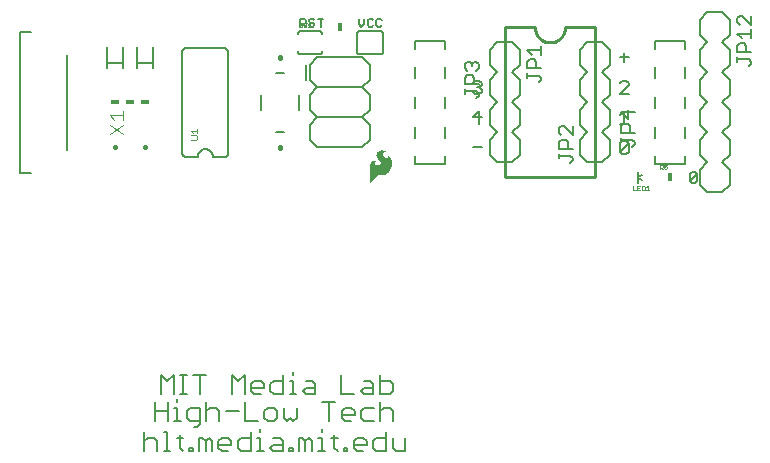
<source format=gbr>
G04 EAGLE Gerber RS-274X export*
G75*
%MOMM*%
%FSLAX34Y34*%
%LPD*%
%INSilkscreen Top*%
%IPPOS*%
%AMOC8*
5,1,8,0,0,1.08239X$1,22.5*%
G01*
%ADD10C,0.152400*%
%ADD11C,0.254000*%
%ADD12C,0.127000*%
%ADD13C,0.203200*%
%ADD14R,0.711200X0.406400*%
%ADD15C,0.406400*%
%ADD16R,0.406400X0.711200*%
%ADD17C,0.101600*%
%ADD18C,0.050800*%
%ADD19C,0.025400*%
%ADD20C,0.177800*%

G36*
X292110Y7521D02*
X292110Y7521D01*
X292114Y7519D01*
X292184Y7555D01*
X292194Y7560D01*
X292195Y7561D01*
X297067Y13043D01*
X297921Y13825D01*
X298911Y14414D01*
X299262Y14541D01*
X299630Y14606D01*
X301905Y14606D01*
X301910Y14608D01*
X301916Y14606D01*
X303280Y14730D01*
X303290Y14736D01*
X303302Y14734D01*
X304621Y15102D01*
X304629Y15110D01*
X304642Y15111D01*
X305872Y15711D01*
X305879Y15718D01*
X305890Y15721D01*
X307047Y16538D01*
X307052Y16546D01*
X307061Y16549D01*
X308092Y17521D01*
X308095Y17529D01*
X308101Y17531D01*
X308102Y17533D01*
X308104Y17534D01*
X308989Y18641D01*
X308991Y18651D01*
X309000Y18658D01*
X309947Y20339D01*
X309948Y20350D01*
X309956Y20360D01*
X310584Y22184D01*
X310583Y22195D01*
X310590Y22206D01*
X310878Y24113D01*
X310875Y24124D01*
X310880Y24136D01*
X310878Y24188D01*
X310870Y24440D01*
X310866Y24566D01*
X310866Y24567D01*
X310858Y24819D01*
X310850Y25072D01*
X310846Y25198D01*
X310838Y25450D01*
X310827Y25829D01*
X310819Y26064D01*
X310815Y26073D01*
X310817Y26085D01*
X310610Y27124D01*
X310605Y27132D01*
X310605Y27143D01*
X310247Y28140D01*
X310241Y28147D01*
X310240Y28158D01*
X309738Y29092D01*
X309729Y29099D01*
X309726Y29111D01*
X308819Y30248D01*
X308808Y30254D01*
X308801Y30267D01*
X307675Y31188D01*
X307632Y31200D01*
X307591Y31216D01*
X307586Y31214D01*
X307580Y31215D01*
X307542Y31194D01*
X307502Y31175D01*
X307499Y31169D01*
X307495Y31167D01*
X307487Y31138D01*
X307469Y31090D01*
X307469Y30210D01*
X307453Y30090D01*
X307409Y29987D01*
X307135Y29647D01*
X306774Y29399D01*
X306600Y29334D01*
X306062Y29276D01*
X305532Y29374D01*
X305044Y29623D01*
X304142Y30274D01*
X303730Y30628D01*
X303379Y31038D01*
X303096Y31496D01*
X302890Y31990D01*
X302831Y32290D01*
X302843Y32593D01*
X303000Y33112D01*
X303286Y33572D01*
X303681Y33942D01*
X304162Y34197D01*
X304652Y34336D01*
X305163Y34393D01*
X305766Y34393D01*
X305767Y34393D01*
X305789Y34402D01*
X305857Y34431D01*
X305892Y34523D01*
X305888Y34532D01*
X305854Y34608D01*
X305852Y34611D01*
X305851Y34612D01*
X305850Y34613D01*
X305829Y34633D01*
X305822Y34636D01*
X305818Y34644D01*
X305383Y34982D01*
X305368Y34986D01*
X305356Y34998D01*
X304852Y35219D01*
X304851Y35219D01*
X304495Y35371D01*
X304267Y35472D01*
X304257Y35473D01*
X304247Y35479D01*
X303369Y35699D01*
X303360Y35698D01*
X303350Y35702D01*
X302450Y35788D01*
X302440Y35784D01*
X302428Y35788D01*
X301560Y35722D01*
X301549Y35716D01*
X301536Y35717D01*
X300696Y35486D01*
X300686Y35478D01*
X300673Y35477D01*
X299893Y35089D01*
X299886Y35081D01*
X299875Y35078D01*
X299098Y34518D01*
X299094Y34511D01*
X299085Y34507D01*
X298389Y33849D01*
X298384Y33838D01*
X298373Y33830D01*
X297942Y33227D01*
X297939Y33212D01*
X297927Y33199D01*
X297660Y32507D01*
X297660Y32491D01*
X297652Y32476D01*
X297565Y31739D01*
X297570Y31724D01*
X297566Y31707D01*
X297665Y30972D01*
X297673Y30959D01*
X297673Y30942D01*
X297953Y30254D01*
X297962Y30245D01*
X297965Y30231D01*
X299152Y28473D01*
X299160Y28468D01*
X299164Y28457D01*
X300617Y26916D01*
X300987Y26481D01*
X301227Y25978D01*
X301329Y25430D01*
X301286Y24874D01*
X301100Y24349D01*
X300785Y23889D01*
X300360Y23524D01*
X299817Y23231D01*
X299231Y23033D01*
X298621Y22936D01*
X297910Y22971D01*
X297232Y23178D01*
X296626Y23543D01*
X296313Y23871D01*
X296107Y24275D01*
X296014Y24691D01*
X296014Y25119D01*
X296107Y25534D01*
X296179Y25672D01*
X296297Y25786D01*
X297121Y26385D01*
X297254Y26456D01*
X297392Y26484D01*
X297550Y26468D01*
X297593Y26482D01*
X297638Y26493D01*
X297640Y26497D01*
X297644Y26498D01*
X297664Y26539D01*
X297687Y26578D01*
X297686Y26582D01*
X297688Y26586D01*
X297673Y26629D01*
X297660Y26673D01*
X297657Y26675D01*
X297656Y26679D01*
X297618Y26698D01*
X297582Y26719D01*
X297099Y26795D01*
X297094Y26794D01*
X297089Y26796D01*
X296149Y26869D01*
X296140Y26866D01*
X296129Y26869D01*
X295189Y26796D01*
X295179Y26791D01*
X295167Y26792D01*
X294468Y26608D01*
X294458Y26600D01*
X294444Y26599D01*
X293796Y26278D01*
X293788Y26269D01*
X293774Y26265D01*
X293204Y25820D01*
X293198Y25809D01*
X293186Y25803D01*
X292716Y25253D01*
X292712Y25241D01*
X292701Y25232D01*
X292300Y24500D01*
X292299Y24487D01*
X292290Y24476D01*
X292050Y23677D01*
X292051Y23664D01*
X292045Y23651D01*
X291975Y22820D01*
X291977Y22814D01*
X291975Y22809D01*
X291975Y7645D01*
X291977Y7640D01*
X291975Y7636D01*
X291996Y7596D01*
X292013Y7554D01*
X292018Y7553D01*
X292020Y7548D01*
X292063Y7535D01*
X292105Y7519D01*
X292110Y7521D01*
G37*
D10*
X109982Y-193548D02*
X109982Y-177278D01*
X109982Y-185413D02*
X120829Y-185413D01*
X120829Y-177278D02*
X120829Y-193548D01*
X126354Y-182701D02*
X129065Y-182701D01*
X129065Y-193548D01*
X126354Y-193548D02*
X131777Y-193548D01*
X129065Y-177278D02*
X129065Y-174566D01*
X142691Y-198971D02*
X145403Y-198971D01*
X148115Y-196260D01*
X148115Y-182701D01*
X139980Y-182701D01*
X137268Y-185413D01*
X137268Y-190836D01*
X139980Y-193548D01*
X148115Y-193548D01*
X153640Y-193548D02*
X153640Y-177278D01*
X156351Y-182701D02*
X153640Y-185413D01*
X156351Y-182701D02*
X161774Y-182701D01*
X164486Y-185413D01*
X164486Y-193548D01*
X170011Y-185413D02*
X180858Y-185413D01*
X186383Y-177278D02*
X186383Y-193548D01*
X197229Y-193548D01*
X205466Y-193548D02*
X210889Y-193548D01*
X213601Y-190836D01*
X213601Y-185413D01*
X210889Y-182701D01*
X205466Y-182701D01*
X202754Y-185413D01*
X202754Y-190836D01*
X205466Y-193548D01*
X219126Y-190836D02*
X219126Y-182701D01*
X219126Y-190836D02*
X221837Y-193548D01*
X224549Y-190836D01*
X227261Y-193548D01*
X229972Y-190836D01*
X229972Y-182701D01*
X257292Y-177278D02*
X257292Y-193548D01*
X251869Y-177278D02*
X262715Y-177278D01*
X270952Y-193548D02*
X276375Y-193548D01*
X270952Y-193548D02*
X268240Y-190836D01*
X268240Y-185413D01*
X270952Y-182701D01*
X276375Y-182701D01*
X279087Y-185413D01*
X279087Y-188125D01*
X268240Y-188125D01*
X287324Y-182701D02*
X295459Y-182701D01*
X287324Y-182701D02*
X284612Y-185413D01*
X284612Y-190836D01*
X287324Y-193548D01*
X295459Y-193548D01*
X300984Y-193548D02*
X300984Y-177278D01*
X303695Y-182701D02*
X300984Y-185413D01*
X303695Y-182701D02*
X309119Y-182701D01*
X311830Y-185413D01*
X311830Y-193548D01*
X115062Y-170688D02*
X115062Y-154418D01*
X120485Y-159841D01*
X125909Y-154418D01*
X125909Y-170688D01*
X131434Y-170688D02*
X136857Y-170688D01*
X134145Y-170688D02*
X134145Y-154418D01*
X131434Y-154418D02*
X136857Y-154418D01*
X147771Y-154418D02*
X147771Y-170688D01*
X142348Y-154418D02*
X153195Y-154418D01*
X175091Y-154418D02*
X175091Y-170688D01*
X180514Y-159841D02*
X175091Y-154418D01*
X180514Y-159841D02*
X185938Y-154418D01*
X185938Y-170688D01*
X194174Y-170688D02*
X199598Y-170688D01*
X194174Y-170688D02*
X191463Y-167976D01*
X191463Y-162553D01*
X194174Y-159841D01*
X199598Y-159841D01*
X202309Y-162553D01*
X202309Y-165265D01*
X191463Y-165265D01*
X218681Y-170688D02*
X218681Y-154418D01*
X218681Y-170688D02*
X210546Y-170688D01*
X207834Y-167976D01*
X207834Y-162553D01*
X210546Y-159841D01*
X218681Y-159841D01*
X224206Y-159841D02*
X226917Y-159841D01*
X226917Y-170688D01*
X224206Y-170688D02*
X229629Y-170688D01*
X226917Y-154418D02*
X226917Y-151706D01*
X237832Y-159841D02*
X243255Y-159841D01*
X245967Y-162553D01*
X245967Y-170688D01*
X237832Y-170688D01*
X235120Y-167976D01*
X237832Y-165265D01*
X245967Y-165265D01*
X267863Y-170688D02*
X267863Y-154418D01*
X267863Y-170688D02*
X278710Y-170688D01*
X286946Y-159841D02*
X292370Y-159841D01*
X295081Y-162553D01*
X295081Y-170688D01*
X286946Y-170688D01*
X284235Y-167976D01*
X286946Y-165265D01*
X295081Y-165265D01*
X300606Y-170688D02*
X300606Y-154418D01*
X300606Y-170688D02*
X308741Y-170688D01*
X311453Y-167976D01*
X311453Y-162553D01*
X308741Y-159841D01*
X300606Y-159841D01*
X101092Y-202678D02*
X101092Y-218948D01*
X101092Y-210813D02*
X103804Y-208101D01*
X109227Y-208101D01*
X111939Y-210813D01*
X111939Y-218948D01*
X117464Y-202678D02*
X120175Y-202678D01*
X120175Y-218948D01*
X117464Y-218948D02*
X122887Y-218948D01*
X131090Y-216236D02*
X131090Y-205390D01*
X131090Y-216236D02*
X133801Y-218948D01*
X133801Y-208101D02*
X128378Y-208101D01*
X139292Y-216236D02*
X139292Y-218948D01*
X139292Y-216236D02*
X142004Y-216236D01*
X142004Y-218948D01*
X139292Y-218948D01*
X147478Y-218948D02*
X147478Y-208101D01*
X150190Y-208101D01*
X152901Y-210813D01*
X152901Y-218948D01*
X152901Y-210813D02*
X155613Y-208101D01*
X158325Y-210813D01*
X158325Y-218948D01*
X166561Y-218948D02*
X171985Y-218948D01*
X166561Y-218948D02*
X163850Y-216236D01*
X163850Y-210813D01*
X166561Y-208101D01*
X171985Y-208101D01*
X174696Y-210813D01*
X174696Y-213525D01*
X163850Y-213525D01*
X191068Y-218948D02*
X191068Y-202678D01*
X191068Y-218948D02*
X182933Y-218948D01*
X180221Y-216236D01*
X180221Y-210813D01*
X182933Y-208101D01*
X191068Y-208101D01*
X196593Y-208101D02*
X199304Y-208101D01*
X199304Y-218948D01*
X196593Y-218948D02*
X202016Y-218948D01*
X199304Y-202678D02*
X199304Y-199966D01*
X210219Y-208101D02*
X215642Y-208101D01*
X218354Y-210813D01*
X218354Y-218948D01*
X210219Y-218948D01*
X207507Y-216236D01*
X210219Y-213525D01*
X218354Y-213525D01*
X223879Y-216236D02*
X223879Y-218948D01*
X223879Y-216236D02*
X226590Y-216236D01*
X226590Y-218948D01*
X223879Y-218948D01*
X232065Y-218948D02*
X232065Y-208101D01*
X234776Y-208101D01*
X237488Y-210813D01*
X237488Y-218948D01*
X237488Y-210813D02*
X240199Y-208101D01*
X242911Y-210813D01*
X242911Y-218948D01*
X248436Y-208101D02*
X251148Y-208101D01*
X251148Y-218948D01*
X253859Y-218948D02*
X248436Y-218948D01*
X251148Y-202678D02*
X251148Y-199966D01*
X262062Y-205390D02*
X262062Y-216236D01*
X264774Y-218948D01*
X264774Y-208101D02*
X259350Y-208101D01*
X270265Y-216236D02*
X270265Y-218948D01*
X270265Y-216236D02*
X272976Y-216236D01*
X272976Y-218948D01*
X270265Y-218948D01*
X281162Y-218948D02*
X286586Y-218948D01*
X281162Y-218948D02*
X278451Y-216236D01*
X278451Y-210813D01*
X281162Y-208101D01*
X286586Y-208101D01*
X289297Y-210813D01*
X289297Y-213525D01*
X278451Y-213525D01*
X305669Y-218948D02*
X305669Y-202678D01*
X305669Y-218948D02*
X297534Y-218948D01*
X294822Y-216236D01*
X294822Y-210813D01*
X297534Y-208101D01*
X305669Y-208101D01*
X311194Y-208101D02*
X311194Y-216236D01*
X313905Y-218948D01*
X322040Y-218948D01*
X322040Y-208101D01*
D11*
X406400Y139700D02*
X431800Y139700D01*
X457200Y139700D02*
X482600Y139700D01*
X482600Y12700D01*
X406400Y12700D01*
X406400Y139700D01*
X431800Y139700D02*
X431804Y139391D01*
X431815Y139082D01*
X431834Y138773D01*
X431860Y138465D01*
X431894Y138157D01*
X431935Y137851D01*
X431984Y137545D01*
X432040Y137241D01*
X432104Y136939D01*
X432175Y136638D01*
X432253Y136338D01*
X432338Y136041D01*
X432431Y135746D01*
X432531Y135453D01*
X432638Y135163D01*
X432752Y134876D01*
X432873Y134591D01*
X433001Y134309D01*
X433135Y134031D01*
X433277Y133756D01*
X433425Y133484D01*
X433580Y133217D01*
X433741Y132953D01*
X433908Y132693D01*
X434082Y132437D01*
X434262Y132185D01*
X434448Y131938D01*
X434640Y131696D01*
X434838Y131458D01*
X435041Y131225D01*
X435251Y130997D01*
X435465Y130775D01*
X435685Y130557D01*
X435911Y130345D01*
X436141Y130139D01*
X436376Y129938D01*
X436616Y129743D01*
X436861Y129554D01*
X437110Y129371D01*
X437364Y129194D01*
X437622Y129024D01*
X437884Y128859D01*
X438150Y128701D01*
X438420Y128550D01*
X438693Y128405D01*
X438970Y128267D01*
X439250Y128136D01*
X439533Y128012D01*
X439819Y127894D01*
X440108Y127784D01*
X440399Y127680D01*
X440693Y127584D01*
X440989Y127495D01*
X441288Y127413D01*
X441588Y127338D01*
X441890Y127271D01*
X442193Y127211D01*
X442498Y127159D01*
X442804Y127114D01*
X443111Y127076D01*
X443419Y127046D01*
X443727Y127024D01*
X444036Y127008D01*
X444345Y127001D01*
X444655Y127001D01*
X444964Y127008D01*
X445273Y127024D01*
X445581Y127046D01*
X445889Y127076D01*
X446196Y127114D01*
X446502Y127159D01*
X446807Y127211D01*
X447110Y127271D01*
X447412Y127338D01*
X447712Y127413D01*
X448011Y127495D01*
X448307Y127584D01*
X448601Y127680D01*
X448892Y127784D01*
X449181Y127894D01*
X449467Y128012D01*
X449750Y128136D01*
X450030Y128267D01*
X450307Y128405D01*
X450580Y128550D01*
X450850Y128701D01*
X451116Y128859D01*
X451378Y129024D01*
X451636Y129194D01*
X451890Y129371D01*
X452139Y129554D01*
X452384Y129743D01*
X452624Y129938D01*
X452859Y130139D01*
X453089Y130345D01*
X453315Y130557D01*
X453535Y130775D01*
X453749Y130997D01*
X453959Y131225D01*
X454162Y131458D01*
X454360Y131696D01*
X454552Y131938D01*
X454738Y132185D01*
X454918Y132437D01*
X455092Y132693D01*
X455259Y132953D01*
X455420Y133217D01*
X455575Y133484D01*
X455723Y133756D01*
X455865Y134031D01*
X455999Y134309D01*
X456127Y134591D01*
X456248Y134876D01*
X456362Y135163D01*
X456469Y135453D01*
X456569Y135746D01*
X456662Y136041D01*
X456747Y136338D01*
X456825Y136638D01*
X456896Y136939D01*
X456960Y137241D01*
X457016Y137545D01*
X457065Y137851D01*
X457106Y138157D01*
X457140Y138465D01*
X457166Y138773D01*
X457185Y139082D01*
X457196Y139391D01*
X457200Y139700D01*
D12*
X233045Y140335D02*
X233045Y147199D01*
X236477Y147199D01*
X237621Y146055D01*
X237621Y143767D01*
X236477Y142623D01*
X233045Y142623D01*
X235333Y142623D02*
X237621Y140335D01*
X243961Y147199D02*
X245105Y146055D01*
X243961Y147199D02*
X241673Y147199D01*
X240529Y146055D01*
X240529Y144911D01*
X241673Y143767D01*
X243961Y143767D01*
X245105Y142623D01*
X245105Y141479D01*
X243961Y140335D01*
X241673Y140335D01*
X240529Y141479D01*
X250301Y140335D02*
X250301Y147199D01*
X248013Y147199D02*
X252589Y147199D01*
X282575Y147199D02*
X282575Y142623D01*
X284863Y140335D01*
X287151Y142623D01*
X287151Y147199D01*
X293491Y147199D02*
X294635Y146055D01*
X293491Y147199D02*
X291203Y147199D01*
X290059Y146055D01*
X290059Y141479D01*
X291203Y140335D01*
X293491Y140335D01*
X294635Y141479D01*
X300975Y147199D02*
X302119Y146055D01*
X300975Y147199D02*
X298687Y147199D01*
X297543Y146055D01*
X297543Y141479D01*
X298687Y140335D01*
X300975Y140335D01*
X302119Y141479D01*
D13*
X503936Y41664D02*
X503936Y34546D01*
X503936Y41664D02*
X505716Y43443D01*
X509275Y43443D01*
X511054Y41664D01*
X511054Y34546D01*
X509275Y32766D01*
X505716Y32766D01*
X503936Y34546D01*
X511054Y41664D01*
X503936Y65284D02*
X507495Y68843D01*
X507495Y58166D01*
X503936Y58166D02*
X511054Y58166D01*
X511054Y83566D02*
X503936Y83566D01*
X511054Y90684D01*
X511054Y92464D01*
X509275Y94243D01*
X505716Y94243D01*
X503936Y92464D01*
X503936Y114305D02*
X511054Y114305D01*
X507495Y117864D02*
X507495Y110746D01*
X386594Y38105D02*
X379476Y38105D01*
X384815Y58166D02*
X384815Y68843D01*
X379476Y63505D01*
X386594Y63505D01*
X379476Y92464D02*
X381256Y94243D01*
X384815Y94243D01*
X386594Y92464D01*
X386594Y90684D01*
X384815Y88905D01*
X383035Y88905D01*
X384815Y88905D02*
X386594Y87125D01*
X386594Y85346D01*
X384815Y83566D01*
X381256Y83566D01*
X379476Y85346D01*
D10*
X563372Y15585D02*
X563372Y9823D01*
X563372Y15585D02*
X564813Y17025D01*
X567694Y17025D01*
X569134Y15585D01*
X569134Y9823D01*
X567694Y8382D01*
X564813Y8382D01*
X563372Y9823D01*
X569134Y15585D01*
D14*
X88900Y76200D03*
X101600Y76200D03*
X76200Y76200D03*
D15*
X76505Y38100D02*
X75895Y38100D01*
D16*
X266700Y139700D03*
D13*
X95100Y109300D02*
X95100Y105300D01*
X95100Y109300D02*
X95100Y123300D01*
X108100Y109300D02*
X108100Y105300D01*
X108100Y109300D02*
X108100Y123300D01*
X108100Y109300D02*
X95100Y109300D01*
X69700Y109300D02*
X69700Y105300D01*
X69700Y109300D02*
X69700Y123300D01*
X82700Y109300D02*
X82700Y105300D01*
X82700Y109300D02*
X82700Y123300D01*
X82700Y109300D02*
X69700Y109300D01*
D15*
X101295Y38100D02*
X101905Y38100D01*
D13*
X199900Y70200D02*
X199900Y82200D01*
X212900Y101200D02*
X218900Y101200D01*
X231900Y82200D02*
X231900Y70200D01*
X218900Y51200D02*
X212900Y51200D01*
D15*
X215900Y113995D02*
X215900Y114605D01*
X215900Y38405D02*
X215900Y37795D01*
D13*
X241300Y107950D02*
X247650Y114300D01*
X241300Y95250D02*
X247650Y88900D01*
X241300Y82550D01*
X241300Y69850D02*
X247650Y63500D01*
X241300Y57150D01*
X241300Y44450D02*
X247650Y38100D01*
X247650Y114300D02*
X285750Y114300D01*
X292100Y107950D01*
X292100Y95250D01*
X285750Y88900D01*
X292100Y82550D01*
X292100Y69850D01*
X285750Y63500D01*
X292100Y57150D01*
X292100Y44450D01*
X285750Y38100D01*
X285750Y88900D02*
X247650Y88900D01*
X247650Y63500D02*
X285750Y63500D01*
X285750Y38100D02*
X247650Y38100D01*
X241300Y44450D02*
X241300Y57150D01*
X241300Y69850D02*
X241300Y82550D01*
X241300Y95250D02*
X241300Y107950D01*
X237950Y107950D02*
X237950Y95250D01*
D10*
X284100Y117000D02*
X300100Y117000D01*
X303100Y134500D02*
X303088Y134603D01*
X303073Y134705D01*
X303054Y134806D01*
X303032Y134907D01*
X303005Y135007D01*
X302975Y135106D01*
X302941Y135203D01*
X302904Y135299D01*
X302863Y135394D01*
X302818Y135487D01*
X302770Y135579D01*
X302719Y135668D01*
X302664Y135756D01*
X302606Y135841D01*
X302545Y135925D01*
X302481Y136005D01*
X302414Y136084D01*
X302344Y136160D01*
X302271Y136233D01*
X302196Y136303D01*
X302118Y136371D01*
X302037Y136436D01*
X301954Y136497D01*
X301869Y136556D01*
X301782Y136611D01*
X301692Y136663D01*
X301601Y136711D01*
X301508Y136756D01*
X301414Y136798D01*
X301318Y136836D01*
X301220Y136870D01*
X301122Y136901D01*
X301022Y136928D01*
X300922Y136951D01*
X300820Y136971D01*
X300718Y136986D01*
X300616Y136998D01*
X300513Y137006D01*
X300409Y137010D01*
X300306Y137011D01*
X300203Y137007D01*
X300100Y137000D01*
X284100Y137000D02*
X283997Y137007D01*
X283894Y137011D01*
X283791Y137010D01*
X283687Y137006D01*
X283584Y136998D01*
X283482Y136986D01*
X283380Y136971D01*
X283278Y136951D01*
X283178Y136928D01*
X283078Y136901D01*
X282980Y136870D01*
X282882Y136836D01*
X282786Y136798D01*
X282692Y136756D01*
X282599Y136711D01*
X282508Y136663D01*
X282418Y136611D01*
X282331Y136556D01*
X282246Y136497D01*
X282163Y136436D01*
X282082Y136371D01*
X282004Y136303D01*
X281929Y136233D01*
X281856Y136160D01*
X281786Y136084D01*
X281719Y136005D01*
X281655Y135925D01*
X281594Y135841D01*
X281536Y135756D01*
X281481Y135668D01*
X281430Y135579D01*
X281382Y135487D01*
X281337Y135394D01*
X281296Y135299D01*
X281259Y135203D01*
X281225Y135106D01*
X281195Y135007D01*
X281168Y134907D01*
X281146Y134806D01*
X281127Y134705D01*
X281112Y134603D01*
X281100Y134500D01*
X281100Y119500D02*
X281111Y119397D01*
X281126Y119295D01*
X281145Y119193D01*
X281168Y119093D01*
X281194Y118993D01*
X281224Y118894D01*
X281258Y118796D01*
X281295Y118700D01*
X281336Y118605D01*
X281381Y118512D01*
X281429Y118420D01*
X281480Y118331D01*
X281535Y118243D01*
X281593Y118158D01*
X281654Y118074D01*
X281718Y117993D01*
X281785Y117915D01*
X281855Y117839D01*
X281928Y117766D01*
X282004Y117695D01*
X282082Y117627D01*
X282162Y117563D01*
X282245Y117501D01*
X282330Y117443D01*
X282418Y117388D01*
X282507Y117336D01*
X282598Y117287D01*
X282691Y117242D01*
X282786Y117201D01*
X282882Y117163D01*
X282979Y117128D01*
X283078Y117098D01*
X283178Y117071D01*
X283278Y117047D01*
X283380Y117028D01*
X283482Y117012D01*
X283585Y117001D01*
X283688Y116993D01*
X283791Y116989D01*
X283894Y116988D01*
X283998Y116992D01*
X284101Y117000D01*
X300100Y117000D02*
X300203Y116993D01*
X300306Y116989D01*
X300409Y116990D01*
X300513Y116994D01*
X300616Y117002D01*
X300718Y117014D01*
X300820Y117029D01*
X300922Y117049D01*
X301022Y117072D01*
X301122Y117099D01*
X301220Y117130D01*
X301318Y117164D01*
X301414Y117202D01*
X301508Y117244D01*
X301601Y117289D01*
X301692Y117337D01*
X301782Y117389D01*
X301869Y117444D01*
X301954Y117503D01*
X302037Y117564D01*
X302118Y117629D01*
X302196Y117697D01*
X302271Y117767D01*
X302344Y117840D01*
X302414Y117916D01*
X302481Y117995D01*
X302545Y118075D01*
X302606Y118159D01*
X302664Y118244D01*
X302719Y118332D01*
X302770Y118421D01*
X302818Y118513D01*
X302863Y118606D01*
X302904Y118701D01*
X302941Y118797D01*
X302975Y118894D01*
X303005Y118993D01*
X303032Y119093D01*
X303054Y119194D01*
X303073Y119295D01*
X303088Y119397D01*
X303100Y119500D01*
X303100Y134500D01*
X281100Y134500D02*
X281100Y119500D01*
X284100Y137000D02*
X300100Y137000D01*
D13*
X419100Y44450D02*
X419100Y31750D01*
X412750Y25400D01*
X400050Y25400D02*
X393700Y31750D01*
X419100Y69850D02*
X412750Y76200D01*
X419100Y69850D02*
X419100Y57150D01*
X412750Y50800D01*
X400050Y50800D02*
X393700Y57150D01*
X393700Y69850D01*
X400050Y76200D01*
X412750Y50800D02*
X419100Y44450D01*
X400050Y50800D02*
X393700Y44450D01*
X393700Y31750D01*
X419100Y107950D02*
X419100Y120650D01*
X419100Y107950D02*
X412750Y101600D01*
X400050Y101600D02*
X393700Y107950D01*
X412750Y101600D02*
X419100Y95250D01*
X419100Y82550D01*
X412750Y76200D01*
X400050Y76200D02*
X393700Y82550D01*
X393700Y95250D01*
X400050Y101600D01*
X400050Y127000D02*
X412750Y127000D01*
X419100Y120650D01*
X400050Y127000D02*
X393700Y120650D01*
X393700Y107950D01*
X400050Y25400D02*
X412750Y25400D01*
D12*
X434846Y93315D02*
X436753Y95222D01*
X436753Y97128D01*
X434846Y99035D01*
X425313Y99035D01*
X425313Y97128D02*
X425313Y100942D01*
X425313Y105009D02*
X436753Y105009D01*
X425313Y105009D02*
X425313Y110729D01*
X427220Y112636D01*
X431033Y112636D01*
X432940Y110729D01*
X432940Y105009D01*
X429127Y116703D02*
X425313Y120516D01*
X436753Y120516D01*
X436753Y116703D02*
X436753Y124329D01*
D13*
X469900Y120650D02*
X469900Y107950D01*
X469900Y120650D02*
X476250Y127000D01*
X488950Y127000D02*
X495300Y120650D01*
X469900Y82550D02*
X476250Y76200D01*
X469900Y82550D02*
X469900Y95250D01*
X476250Y101600D01*
X488950Y101600D02*
X495300Y95250D01*
X495300Y82550D01*
X488950Y76200D01*
X476250Y101600D02*
X469900Y107950D01*
X488950Y101600D02*
X495300Y107950D01*
X495300Y120650D01*
X469900Y44450D02*
X469900Y31750D01*
X469900Y44450D02*
X476250Y50800D01*
X488950Y50800D02*
X495300Y44450D01*
X476250Y50800D02*
X469900Y57150D01*
X469900Y69850D01*
X476250Y76200D01*
X488950Y76200D02*
X495300Y69850D01*
X495300Y57150D01*
X488950Y50800D01*
X488950Y25400D02*
X476250Y25400D01*
X469900Y31750D01*
X488950Y25400D02*
X495300Y31750D01*
X495300Y44450D01*
X488950Y127000D02*
X476250Y127000D01*
D12*
X463677Y27180D02*
X461770Y25273D01*
X463677Y27180D02*
X463677Y29086D01*
X461770Y30993D01*
X452237Y30993D01*
X452237Y29086D02*
X452237Y32900D01*
X452237Y36967D02*
X463677Y36967D01*
X452237Y36967D02*
X452237Y42687D01*
X454144Y44593D01*
X457957Y44593D01*
X459864Y42687D01*
X459864Y36967D01*
X463677Y48661D02*
X463677Y56287D01*
X463677Y48661D02*
X456051Y56287D01*
X454144Y56287D01*
X452237Y54381D01*
X452237Y50568D01*
X454144Y48661D01*
D13*
X-4600Y16200D02*
X-4600Y136200D01*
X5400Y136200D01*
X5400Y16200D02*
X-4600Y16200D01*
X35400Y36200D02*
X35400Y116200D01*
D17*
X71698Y49708D02*
X83392Y57504D01*
X83392Y49708D02*
X71698Y57504D01*
X75596Y61402D02*
X71698Y65300D01*
X83392Y65300D01*
X83392Y61402D02*
X83392Y69198D01*
D13*
X132937Y33782D02*
X132937Y118618D01*
X168053Y122428D02*
X168166Y122444D01*
X168280Y122455D01*
X168394Y122462D01*
X168508Y122466D01*
X168623Y122465D01*
X168737Y122461D01*
X168851Y122453D01*
X168965Y122441D01*
X169078Y122425D01*
X169190Y122405D01*
X169302Y122381D01*
X169413Y122354D01*
X169523Y122322D01*
X169632Y122287D01*
X169740Y122249D01*
X169846Y122206D01*
X169950Y122160D01*
X170054Y122111D01*
X170155Y122058D01*
X170254Y122002D01*
X170352Y121942D01*
X170447Y121879D01*
X170540Y121812D01*
X170631Y121743D01*
X170719Y121671D01*
X170805Y121595D01*
X170889Y121517D01*
X170969Y121436D01*
X171047Y121352D01*
X171122Y121265D01*
X171193Y121176D01*
X171262Y121085D01*
X171328Y120991D01*
X171390Y120896D01*
X171449Y120798D01*
X171505Y120698D01*
X171557Y120596D01*
X171606Y120493D01*
X171651Y120388D01*
X171692Y120281D01*
X171730Y120173D01*
X171765Y120064D01*
X171795Y119954D01*
X171822Y119843D01*
X171844Y119731D01*
X171863Y119618D01*
X132937Y33782D02*
X132954Y33652D01*
X132975Y33523D01*
X133000Y33394D01*
X133028Y33266D01*
X133061Y33139D01*
X133097Y33013D01*
X133138Y32888D01*
X133182Y32765D01*
X133229Y32643D01*
X133281Y32522D01*
X133335Y32403D01*
X133394Y32286D01*
X133456Y32171D01*
X133521Y32057D01*
X133590Y31945D01*
X133663Y31836D01*
X133738Y31729D01*
X133817Y31624D01*
X133899Y31522D01*
X133984Y31422D01*
X134071Y31325D01*
X134162Y31230D01*
X134256Y31138D01*
X134352Y31049D01*
X134451Y30963D01*
X134552Y30881D01*
X134656Y30801D01*
X134763Y30724D01*
X134871Y30651D01*
X134982Y30581D01*
X135095Y30514D01*
X135210Y30451D01*
X135326Y30391D01*
X135445Y30335D01*
X135565Y30282D01*
X135686Y30233D01*
X135809Y30188D01*
X135934Y30146D01*
X136059Y30108D01*
X136186Y30075D01*
X136313Y30044D01*
X136442Y30018D01*
X136571Y29996D01*
X136701Y29977D01*
X136831Y29963D01*
X136962Y29952D01*
X137093Y29946D01*
X137224Y29943D01*
X137355Y29944D01*
X137486Y29950D01*
X137616Y29959D01*
X137747Y29972D01*
X132937Y118618D02*
X132939Y118740D01*
X132945Y118862D01*
X132955Y118984D01*
X132968Y119105D01*
X132986Y119226D01*
X133007Y119346D01*
X133032Y119466D01*
X133061Y119585D01*
X133094Y119702D01*
X133131Y119819D01*
X133171Y119934D01*
X133215Y120048D01*
X133263Y120160D01*
X133314Y120271D01*
X133369Y120380D01*
X133427Y120488D01*
X133489Y120593D01*
X133554Y120697D01*
X133622Y120798D01*
X133693Y120897D01*
X133768Y120994D01*
X133846Y121088D01*
X133926Y121180D01*
X134010Y121269D01*
X134096Y121355D01*
X134185Y121439D01*
X134277Y121519D01*
X134371Y121597D01*
X134468Y121672D01*
X134567Y121743D01*
X134668Y121811D01*
X134772Y121876D01*
X134877Y121938D01*
X134985Y121996D01*
X135094Y122051D01*
X135205Y122102D01*
X135317Y122150D01*
X135431Y122194D01*
X135546Y122234D01*
X135663Y122271D01*
X135780Y122304D01*
X135899Y122333D01*
X136019Y122358D01*
X136139Y122379D01*
X136260Y122397D01*
X136381Y122410D01*
X136503Y122420D01*
X136625Y122426D01*
X136747Y122428D01*
X171863Y33783D02*
X171878Y33669D01*
X171890Y33555D01*
X171897Y33441D01*
X171901Y33327D01*
X171900Y33213D01*
X171896Y33098D01*
X171888Y32984D01*
X171876Y32871D01*
X171860Y32758D01*
X171840Y32645D01*
X171816Y32533D01*
X171789Y32422D01*
X171758Y32312D01*
X171723Y32203D01*
X171684Y32096D01*
X171642Y31989D01*
X171596Y31885D01*
X171546Y31782D01*
X171493Y31680D01*
X171437Y31581D01*
X171377Y31483D01*
X171314Y31388D01*
X171248Y31295D01*
X171178Y31204D01*
X171106Y31116D01*
X171030Y31030D01*
X170952Y30947D01*
X170871Y30866D01*
X170787Y30788D01*
X170701Y30714D01*
X170612Y30642D01*
X170520Y30573D01*
X170427Y30507D01*
X170331Y30445D01*
X170233Y30386D01*
X170133Y30330D01*
X170031Y30278D01*
X169928Y30230D01*
X169823Y30184D01*
X169716Y30143D01*
X169608Y30105D01*
X169499Y30071D01*
X169389Y30041D01*
X169278Y30014D01*
X169166Y29991D01*
X169053Y29972D01*
X171863Y33782D02*
X171863Y119618D01*
X168053Y122428D02*
X136747Y122428D01*
X146304Y30480D02*
X146306Y30638D01*
X146312Y30797D01*
X146322Y30955D01*
X146336Y31112D01*
X146353Y31270D01*
X146375Y31426D01*
X146400Y31583D01*
X146430Y31738D01*
X146463Y31893D01*
X146500Y32047D01*
X146541Y32200D01*
X146586Y32352D01*
X146635Y32502D01*
X146687Y32652D01*
X146743Y32800D01*
X146803Y32947D01*
X146866Y33092D01*
X146933Y33235D01*
X147003Y33377D01*
X147077Y33517D01*
X147155Y33655D01*
X147236Y33791D01*
X147320Y33925D01*
X147407Y34057D01*
X147498Y34187D01*
X147592Y34314D01*
X147689Y34439D01*
X147790Y34562D01*
X147893Y34682D01*
X147999Y34799D01*
X148108Y34914D01*
X148220Y35026D01*
X148335Y35135D01*
X148452Y35241D01*
X148572Y35344D01*
X148695Y35445D01*
X148820Y35542D01*
X148947Y35636D01*
X149077Y35727D01*
X149209Y35814D01*
X149343Y35898D01*
X149479Y35979D01*
X149617Y36057D01*
X149757Y36131D01*
X149899Y36201D01*
X150042Y36268D01*
X150187Y36331D01*
X150334Y36391D01*
X150482Y36447D01*
X150632Y36499D01*
X150782Y36548D01*
X150934Y36593D01*
X151087Y36634D01*
X151241Y36671D01*
X151396Y36704D01*
X151551Y36734D01*
X151708Y36759D01*
X151864Y36781D01*
X152022Y36798D01*
X152179Y36812D01*
X152337Y36822D01*
X152496Y36828D01*
X152654Y36830D01*
X152812Y36828D01*
X152971Y36822D01*
X153129Y36812D01*
X153286Y36798D01*
X153444Y36781D01*
X153600Y36759D01*
X153757Y36734D01*
X153912Y36704D01*
X154067Y36671D01*
X154221Y36634D01*
X154374Y36593D01*
X154526Y36548D01*
X154676Y36499D01*
X154826Y36447D01*
X154974Y36391D01*
X155121Y36331D01*
X155266Y36268D01*
X155409Y36201D01*
X155551Y36131D01*
X155691Y36057D01*
X155829Y35979D01*
X155965Y35898D01*
X156099Y35814D01*
X156231Y35727D01*
X156361Y35636D01*
X156488Y35542D01*
X156613Y35445D01*
X156736Y35344D01*
X156856Y35241D01*
X156973Y35135D01*
X157088Y35026D01*
X157200Y34914D01*
X157309Y34799D01*
X157415Y34682D01*
X157518Y34562D01*
X157619Y34439D01*
X157716Y34314D01*
X157810Y34187D01*
X157901Y34057D01*
X157988Y33925D01*
X158072Y33791D01*
X158153Y33655D01*
X158231Y33517D01*
X158305Y33377D01*
X158375Y33235D01*
X158442Y33092D01*
X158505Y32947D01*
X158565Y32800D01*
X158621Y32652D01*
X158673Y32502D01*
X158722Y32352D01*
X158767Y32200D01*
X158808Y32047D01*
X158845Y31893D01*
X158878Y31738D01*
X158908Y31583D01*
X158933Y31426D01*
X158955Y31270D01*
X158972Y31112D01*
X158986Y30955D01*
X158996Y30797D01*
X159002Y30638D01*
X159004Y30480D01*
X146304Y29972D02*
X137874Y29972D01*
X159004Y29972D02*
X169053Y29972D01*
D18*
X144864Y44704D02*
X140203Y44704D01*
X144864Y44704D02*
X145796Y45636D01*
X145796Y47500D01*
X144864Y48433D01*
X140203Y48433D01*
X142068Y50317D02*
X140203Y52181D01*
X145796Y52181D01*
X145796Y50317D02*
X145796Y54046D01*
D13*
X233300Y117000D02*
X249300Y117000D01*
X251300Y134000D02*
X251318Y134098D01*
X251332Y134198D01*
X251342Y134297D01*
X251348Y134397D01*
X251350Y134497D01*
X251348Y134597D01*
X251342Y134697D01*
X251333Y134797D01*
X251319Y134896D01*
X251302Y134995D01*
X251280Y135093D01*
X251255Y135190D01*
X251226Y135285D01*
X251193Y135380D01*
X251157Y135473D01*
X251117Y135565D01*
X251073Y135655D01*
X251026Y135744D01*
X250976Y135830D01*
X250922Y135914D01*
X250865Y135997D01*
X250804Y136077D01*
X250741Y136154D01*
X250674Y136229D01*
X250605Y136301D01*
X250533Y136371D01*
X250458Y136437D01*
X250381Y136501D01*
X250301Y136561D01*
X250219Y136619D01*
X250135Y136673D01*
X250048Y136724D01*
X249960Y136771D01*
X249870Y136815D01*
X249778Y136855D01*
X249685Y136891D01*
X249591Y136924D01*
X249495Y136954D01*
X249398Y136979D01*
X249300Y137000D01*
X233300Y137000D02*
X233202Y136979D01*
X233105Y136954D01*
X233009Y136924D01*
X232915Y136891D01*
X232822Y136855D01*
X232730Y136815D01*
X232640Y136771D01*
X232552Y136724D01*
X232465Y136673D01*
X232381Y136619D01*
X232299Y136561D01*
X232219Y136501D01*
X232142Y136437D01*
X232067Y136371D01*
X231995Y136301D01*
X231926Y136229D01*
X231859Y136154D01*
X231796Y136077D01*
X231735Y135997D01*
X231678Y135914D01*
X231624Y135830D01*
X231574Y135744D01*
X231527Y135655D01*
X231483Y135565D01*
X231443Y135473D01*
X231407Y135380D01*
X231374Y135285D01*
X231345Y135190D01*
X231320Y135093D01*
X231298Y134995D01*
X231281Y134896D01*
X231267Y134797D01*
X231258Y134697D01*
X231252Y134597D01*
X231250Y134497D01*
X231252Y134397D01*
X231258Y134297D01*
X231268Y134198D01*
X231282Y134098D01*
X231300Y134000D01*
X231300Y120000D02*
X231282Y119902D01*
X231268Y119802D01*
X231258Y119703D01*
X231252Y119603D01*
X231250Y119503D01*
X231252Y119403D01*
X231258Y119303D01*
X231267Y119203D01*
X231281Y119104D01*
X231298Y119005D01*
X231320Y118907D01*
X231345Y118810D01*
X231374Y118715D01*
X231407Y118620D01*
X231443Y118527D01*
X231483Y118435D01*
X231527Y118345D01*
X231574Y118256D01*
X231624Y118170D01*
X231678Y118086D01*
X231735Y118003D01*
X231796Y117923D01*
X231859Y117846D01*
X231926Y117771D01*
X231995Y117699D01*
X232067Y117629D01*
X232142Y117563D01*
X232219Y117499D01*
X232299Y117439D01*
X232381Y117381D01*
X232465Y117327D01*
X232552Y117276D01*
X232640Y117229D01*
X232730Y117185D01*
X232822Y117145D01*
X232915Y117109D01*
X233009Y117076D01*
X233105Y117046D01*
X233202Y117021D01*
X233300Y117000D01*
X249300Y117000D02*
X249398Y117021D01*
X249495Y117046D01*
X249591Y117076D01*
X249685Y117109D01*
X249778Y117145D01*
X249870Y117185D01*
X249960Y117229D01*
X250048Y117276D01*
X250135Y117327D01*
X250219Y117381D01*
X250301Y117439D01*
X250381Y117499D01*
X250458Y117563D01*
X250533Y117629D01*
X250605Y117699D01*
X250674Y117771D01*
X250741Y117846D01*
X250804Y117923D01*
X250865Y118003D01*
X250922Y118086D01*
X250976Y118170D01*
X251026Y118256D01*
X251073Y118345D01*
X251117Y118435D01*
X251157Y118527D01*
X251193Y118620D01*
X251226Y118715D01*
X251255Y118810D01*
X251280Y118907D01*
X251302Y119005D01*
X251319Y119104D01*
X251333Y119203D01*
X251342Y119303D01*
X251348Y119403D01*
X251350Y119503D01*
X251348Y119603D01*
X251342Y119703D01*
X251332Y119802D01*
X251318Y119902D01*
X251300Y120000D01*
X249300Y137000D02*
X233300Y137000D01*
D19*
X234889Y143005D02*
X234254Y143640D01*
X232983Y143640D01*
X232347Y143005D01*
X232347Y142369D01*
X232983Y141734D01*
X234254Y141734D01*
X234889Y141098D01*
X234889Y140463D01*
X234254Y139827D01*
X232983Y139827D01*
X232347Y140463D01*
X236089Y140463D02*
X236725Y139827D01*
X237360Y139827D01*
X237996Y140463D01*
X237996Y143640D01*
X238631Y143640D02*
X237360Y143640D01*
X239831Y142369D02*
X241102Y143640D01*
X241102Y139827D01*
X239831Y139827D02*
X242373Y139827D01*
D20*
X330400Y128000D02*
X355400Y128000D01*
X355400Y24400D02*
X330400Y24400D01*
X330400Y121600D02*
X330400Y128000D01*
X330400Y31100D02*
X330400Y24400D01*
X355400Y24400D02*
X355400Y31100D01*
X355400Y121600D02*
X355400Y128000D01*
X330000Y55610D02*
X330000Y45990D01*
X355400Y45990D02*
X355400Y55610D01*
X330000Y71390D02*
X330000Y81010D01*
X355400Y81010D02*
X355400Y71390D01*
X330000Y96790D02*
X330000Y106410D01*
X355400Y106410D02*
X355400Y96790D01*
D12*
X382268Y79853D02*
X384175Y81760D01*
X384175Y83666D01*
X382268Y85573D01*
X372735Y85573D01*
X372735Y83666D02*
X372735Y87480D01*
X372735Y91547D02*
X384175Y91547D01*
X372735Y91547D02*
X372735Y97267D01*
X374642Y99174D01*
X378455Y99174D01*
X380362Y97267D01*
X380362Y91547D01*
X374642Y103241D02*
X372735Y105148D01*
X372735Y108961D01*
X374642Y110867D01*
X376549Y110867D01*
X378455Y108961D01*
X378455Y107054D01*
X378455Y108961D02*
X380362Y110867D01*
X382268Y110867D01*
X384175Y108961D01*
X384175Y105148D01*
X382268Y103241D01*
D20*
X533600Y24400D02*
X558600Y24400D01*
X558600Y128000D02*
X533600Y128000D01*
X558600Y30800D02*
X558600Y24400D01*
X558600Y121300D02*
X558600Y128000D01*
X533600Y128000D02*
X533600Y121300D01*
X533600Y30800D02*
X533600Y24400D01*
X559000Y96790D02*
X559000Y106410D01*
X533600Y106410D02*
X533600Y96790D01*
X559000Y81010D02*
X559000Y71390D01*
X533600Y71390D02*
X533600Y81010D01*
X559000Y55610D02*
X559000Y45990D01*
X533600Y45990D02*
X533600Y55610D01*
D12*
X516255Y40642D02*
X514348Y38735D01*
X516255Y40642D02*
X516255Y42548D01*
X514348Y44455D01*
X504815Y44455D01*
X504815Y42548D02*
X504815Y46362D01*
X504815Y50429D02*
X516255Y50429D01*
X504815Y50429D02*
X504815Y56149D01*
X506722Y58055D01*
X510535Y58055D01*
X512442Y56149D01*
X512442Y50429D01*
X516255Y67843D02*
X504815Y67843D01*
X510535Y62123D01*
X510535Y69749D01*
D16*
X546100Y12700D03*
D19*
X537337Y19812D02*
X537337Y23625D01*
X539244Y23625D01*
X539879Y22990D01*
X539879Y21719D01*
X539244Y21083D01*
X537337Y21083D01*
X538608Y21083D02*
X539879Y19812D01*
X541079Y23625D02*
X543621Y23625D01*
X541079Y23625D02*
X541079Y21719D01*
X542350Y22354D01*
X542986Y22354D01*
X543621Y21719D01*
X543621Y20448D01*
X542986Y19812D01*
X541715Y19812D01*
X541079Y20448D01*
D13*
X519000Y17300D02*
X519000Y12700D01*
X519000Y8100D01*
X519000Y12700D02*
X522100Y15038D01*
X519154Y12446D02*
X522100Y10516D01*
D19*
X514749Y5591D02*
X514749Y1778D01*
X517291Y1778D01*
X518491Y5591D02*
X521033Y5591D01*
X518491Y5591D02*
X518491Y1778D01*
X521033Y1778D01*
X519762Y3685D02*
X518491Y3685D01*
X522233Y5591D02*
X522233Y1778D01*
X524139Y1778D01*
X524775Y2414D01*
X524775Y4956D01*
X524139Y5591D01*
X522233Y5591D01*
X525975Y4320D02*
X527246Y5591D01*
X527246Y1778D01*
X525975Y1778D02*
X528517Y1778D01*
D13*
X590550Y25400D02*
X596900Y19050D01*
X596900Y6350D01*
X590550Y0D01*
X577850Y0D02*
X571500Y6350D01*
X571500Y19050D01*
X577850Y25400D01*
X596900Y57150D02*
X596900Y69850D01*
X596900Y57150D02*
X590550Y50800D01*
X577850Y50800D02*
X571500Y57150D01*
X590550Y50800D02*
X596900Y44450D01*
X596900Y31750D01*
X590550Y25400D01*
X577850Y25400D02*
X571500Y31750D01*
X571500Y44450D01*
X577850Y50800D01*
X596900Y95250D02*
X590550Y101600D01*
X596900Y95250D02*
X596900Y82550D01*
X590550Y76200D01*
X577850Y76200D02*
X571500Y82550D01*
X571500Y95250D01*
X577850Y101600D01*
X590550Y76200D02*
X596900Y69850D01*
X577850Y76200D02*
X571500Y69850D01*
X571500Y57150D01*
X596900Y133350D02*
X596900Y146050D01*
X596900Y133350D02*
X590550Y127000D01*
X577850Y127000D02*
X571500Y133350D01*
X590550Y127000D02*
X596900Y120650D01*
X596900Y107950D01*
X590550Y101600D01*
X577850Y101600D02*
X571500Y107950D01*
X571500Y120650D01*
X577850Y127000D01*
X577850Y152400D02*
X590550Y152400D01*
X596900Y146050D01*
X577850Y152400D02*
X571500Y146050D01*
X571500Y133350D01*
X577850Y0D02*
X590550Y0D01*
D12*
X612646Y107021D02*
X614553Y108928D01*
X614553Y110834D01*
X612646Y112741D01*
X603113Y112741D01*
X603113Y110834D02*
X603113Y114648D01*
X603113Y118715D02*
X614553Y118715D01*
X603113Y118715D02*
X603113Y124435D01*
X605020Y126342D01*
X608833Y126342D01*
X610740Y124435D01*
X610740Y118715D01*
X606927Y130409D02*
X603113Y134222D01*
X614553Y134222D01*
X614553Y130409D02*
X614553Y138035D01*
X614553Y142103D02*
X614553Y149729D01*
X614553Y142103D02*
X606927Y149729D01*
X605020Y149729D01*
X603113Y147823D01*
X603113Y144010D01*
X605020Y142103D01*
M02*

</source>
